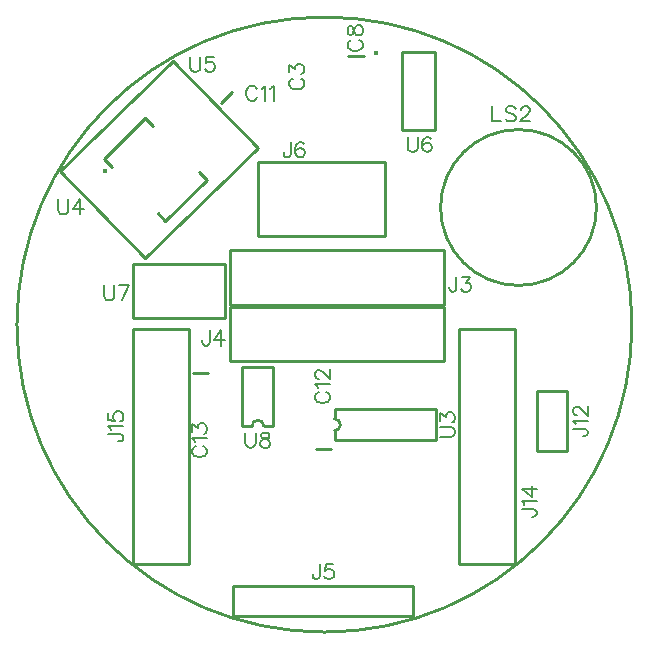
<source format=gbr>
G04 DipTrace 3.2.0.1*
G04 TopSilk.gbr*
%MOIN*%
G04 #@! TF.FileFunction,Legend,Top*
G04 #@! TF.Part,Single*
%ADD10C,0.009843*%
%ADD38C,0.017724*%
%ADD39C,0.015431*%
%ADD84C,0.00772*%
%FSLAX26Y26*%
G04*
G70*
G90*
G75*
G01*
G04 TopSilk*
%LPD*%
X1126994Y1937932D2*
D10*
X1178136D1*
X703820Y1783446D2*
X739983Y1819609D1*
X1069136Y630213D2*
X1017994D1*
X607994Y882932D2*
X659136D1*
X819401Y1110323D2*
X1381920D1*
X819401Y1291573D2*
X1425667D1*
X731906D2*
Y1110323D1*
X825671D1*
X819401Y1291573D2*
X731906D1*
X1444406D2*
Y1110323D1*
X1381920D1*
X1444406Y1291573D2*
X1425667D1*
X819401Y922823D2*
X1381920D1*
X819401Y1104073D2*
X1425667D1*
X731906D2*
Y922823D1*
X825671D1*
X819401Y1104073D2*
X731906D1*
X1444406D2*
Y922823D1*
X1381920D1*
X1444406Y1104073D2*
X1425667D1*
X743816Y72822D2*
X1343816D1*
X743816Y172822D2*
X1343816D1*
X743816Y72822D2*
Y172822D1*
X1343816Y72822D2*
Y172822D1*
X1250164Y1338964D2*
X824967D1*
Y1586995D1*
X1250164D1*
Y1338964D1*
X1856315Y822822D2*
X1756315D1*
X1856315Y622822D2*
Y822822D1*
Y622822D2*
X1756315D1*
Y822822D1*
X1681807Y1030499D2*
X1496767D1*
Y247034D1*
X1681807D1*
Y1030499D1*
X594308D2*
X409269D1*
Y247034D1*
X594308D1*
Y1030499D1*
X1434219Y1434683D2*
G02X1434219Y1434683I259843J0D01*
G01*
X1080769Y659184D2*
X1419362D1*
X1080769Y761560D2*
X1419362D1*
Y659184D2*
Y761560D1*
X1080769Y659184D2*
Y690677D1*
Y730066D2*
Y761560D1*
Y690677D2*
G03X1080769Y730066I12J19694D01*
G01*
D38*
X314420Y1556454D3*
X337655Y1569939D2*
D10*
X311191Y1596399D1*
X448462Y1733688D1*
X474926Y1707227D1*
X490762Y1416851D2*
X517226Y1390391D1*
X654497Y1527679D1*
X628033Y1554139D1*
X825241Y1632621D2*
X449738Y1265712D1*
X165821Y1556280D1*
X541324Y1923189D1*
X825241Y1632621D1*
D39*
X1217371Y1950902D3*
X1306621Y1951941D2*
D10*
Y1692111D1*
X1416856Y1951941D2*
Y1692111D1*
X1306621D2*
X1416856D1*
X1306621Y1951941D2*
X1416856D1*
X716305Y1066080D2*
X409219D1*
Y1247183D1*
X716305D1*
Y1066080D1*
X876204Y705645D2*
Y902500D1*
X773827Y705645D2*
Y902500D1*
X876204D2*
X773827D1*
X844710Y705645D2*
X876204D1*
X805321D2*
X773827D1*
X844710D2*
G03X805321Y705645I-19694J-9D01*
G01*
X22065Y1044323D2*
G02X22065Y1044323I1025000J0D01*
G01*
X941753Y1864380D2*
D84*
X937000Y1862003D1*
X932191Y1857195D1*
X929815Y1852442D1*
Y1842880D1*
X932191Y1838072D1*
X937000Y1833318D1*
X941753Y1830887D1*
X948938Y1828510D1*
X960931D1*
X968061Y1830887D1*
X972870Y1833318D1*
X977623Y1838072D1*
X980055Y1842880D1*
Y1852442D1*
X977623Y1857195D1*
X972870Y1862003D1*
X968061Y1864380D1*
X929870Y1884628D2*
Y1910881D1*
X948993Y1896566D1*
Y1903751D1*
X951370Y1908504D1*
X953746Y1910881D1*
X960931Y1913312D1*
X965685D1*
X972870Y1910881D1*
X977678Y1906127D1*
X980055Y1898942D1*
Y1891757D1*
X977678Y1884628D1*
X975246Y1882251D1*
X970493Y1879819D1*
X1136627Y1992615D2*
X1131874Y1990238D1*
X1127065Y1985430D1*
X1124689Y1980677D1*
Y1971115D1*
X1127065Y1966307D1*
X1131874Y1961553D1*
X1136627Y1959122D1*
X1143812Y1956745D1*
X1155805D1*
X1162935Y1959122D1*
X1167744Y1961553D1*
X1172497Y1966307D1*
X1174929Y1971115D1*
Y1980677D1*
X1172497Y1985430D1*
X1167744Y1990238D1*
X1162935Y1992615D1*
X1124744Y2019992D2*
X1127121Y2012863D1*
X1131874Y2010431D1*
X1136682D1*
X1141435Y2012863D1*
X1143867Y2017616D1*
X1146244Y2027177D1*
X1148620Y2034362D1*
X1153429Y2039116D1*
X1158182Y2041492D1*
X1165367D1*
X1170120Y2039116D1*
X1172552Y2036739D1*
X1174929Y2029554D1*
Y2019992D1*
X1172552Y2012862D1*
X1170120Y2010431D1*
X1165367Y2008054D1*
X1158182D1*
X1153429Y2010431D1*
X1148620Y2015239D1*
X1146244Y2022369D1*
X1143867Y2031931D1*
X1141435Y2036739D1*
X1136682Y2039116D1*
X1131874D1*
X1127121Y2036739D1*
X1124744Y2029554D1*
Y2019992D1*
X822567Y1828352D2*
X820191Y1833105D1*
X815382Y1837913D1*
X810629Y1840290D1*
X801067D1*
X796259Y1837913D1*
X791506Y1833105D1*
X789074Y1828352D1*
X786697Y1821167D1*
Y1809173D1*
X789074Y1802043D1*
X791506Y1797235D1*
X796259Y1792482D1*
X801067Y1790050D1*
X810629D1*
X815382Y1792482D1*
X820191Y1797235D1*
X822567Y1802043D1*
X838006Y1830673D2*
X842815Y1833105D1*
X850000Y1840235D1*
Y1790050D1*
X865439Y1830673D2*
X870248Y1833105D1*
X877433Y1840235D1*
Y1790050D1*
X1027556Y818637D2*
X1022803Y816261D1*
X1017994Y811452D1*
X1015618Y806699D1*
Y797137D1*
X1017994Y792329D1*
X1022803Y787576D1*
X1027556Y785144D1*
X1034741Y782767D1*
X1046735D1*
X1053864Y785144D1*
X1058673Y787576D1*
X1063426Y792329D1*
X1065858Y797137D1*
Y806699D1*
X1063426Y811452D1*
X1058673Y816261D1*
X1053864Y818637D1*
X1025235Y834076D2*
X1022803Y838885D1*
X1015673Y846070D1*
X1065858D1*
X1027611Y863941D2*
X1025235D1*
X1020426Y866318D1*
X1018050Y868694D1*
X1015673Y873503D1*
Y883064D1*
X1018050Y887817D1*
X1020426Y890194D1*
X1025235Y892626D1*
X1029988D1*
X1034796Y890194D1*
X1041926Y885441D1*
X1065858Y861509D1*
Y895003D1*
X617556Y638265D2*
X612803Y635888D1*
X607994Y631080D1*
X605618Y626326D1*
Y616765D1*
X607994Y611956D1*
X612803Y607203D1*
X617556Y604771D1*
X624741Y602395D1*
X636735D1*
X643864Y604771D1*
X648673Y607203D1*
X653426Y611956D1*
X655858Y616765D1*
Y626326D1*
X653426Y631079D1*
X648673Y635888D1*
X643864Y638265D1*
X615235Y653704D2*
X612803Y658512D1*
X605673Y665697D1*
X655858D1*
X605673Y685945D2*
Y712198D1*
X624796Y697883D1*
Y705068D1*
X627173Y709821D1*
X629550Y712198D1*
X636735Y714630D1*
X641488D1*
X648673Y712198D1*
X653481Y707445D1*
X655858Y700260D1*
Y693075D1*
X653481Y685945D1*
X651049Y683568D1*
X646296Y681136D1*
X1486580Y1203378D2*
Y1165132D1*
X1484203Y1157947D1*
X1481772Y1155570D1*
X1477018Y1153138D1*
X1472210D1*
X1467457Y1155570D1*
X1465080Y1157947D1*
X1462648Y1165132D1*
Y1169885D1*
X1506828Y1203323D2*
X1533081D1*
X1518766Y1184200D1*
X1525951D1*
X1530704Y1181823D1*
X1533081Y1179447D1*
X1535513Y1172262D1*
Y1167508D1*
X1533081Y1160323D1*
X1528328Y1155515D1*
X1521142Y1153138D1*
X1513957D1*
X1506828Y1155515D1*
X1504451Y1157947D1*
X1502019Y1162700D1*
X664033Y1024737D2*
Y986490D1*
X661657Y979305D1*
X659225Y976928D1*
X654472Y974497D1*
X649663D1*
X644910Y976928D1*
X642534Y979305D1*
X640102Y986490D1*
Y991243D1*
X703404Y974497D2*
Y1024681D1*
X679473Y991243D1*
X715343D1*
X1031316Y246045D2*
Y207798D1*
X1028939Y200613D1*
X1026507Y198237D1*
X1021754Y195805D1*
X1016945D1*
X1012192Y198237D1*
X1009816Y200613D1*
X1007384Y207798D1*
Y212552D1*
X1075440Y245990D2*
X1051563D1*
X1049187Y224490D1*
X1051563Y226866D1*
X1058748Y229298D1*
X1065878D1*
X1073063Y226866D1*
X1077872Y222113D1*
X1080248Y214928D1*
Y210175D1*
X1077872Y202990D1*
X1073063Y198182D1*
X1065878Y195805D1*
X1058748D1*
X1051563Y198182D1*
X1049187Y200613D1*
X1046755Y205367D1*
X934745Y1652344D2*
Y1614098D1*
X932369Y1606913D1*
X929937Y1604536D1*
X925184Y1602104D1*
X920375D1*
X915622Y1604536D1*
X913246Y1606913D1*
X910814Y1614098D1*
Y1618851D1*
X978870Y1645159D2*
X976493Y1649912D1*
X969308Y1652289D1*
X964555D1*
X957370Y1649912D1*
X952561Y1642727D1*
X950185Y1630789D1*
Y1618851D1*
X952561Y1609289D1*
X957370Y1604481D1*
X964555Y1602104D1*
X966931D1*
X974061Y1604481D1*
X978870Y1609289D1*
X981246Y1616474D1*
Y1618851D1*
X978870Y1626036D1*
X974061Y1630789D1*
X966931Y1633166D1*
X964555D1*
X957370Y1630789D1*
X952561Y1626036D1*
X950185Y1618851D1*
X1876005Y696605D2*
X1914252D1*
X1921437Y694229D1*
X1923813Y691797D1*
X1926245Y687044D1*
Y682235D1*
X1923813Y677482D1*
X1921437Y675105D1*
X1914252Y672673D1*
X1909498D1*
X1885622Y712044D2*
X1883190Y716853D1*
X1876060Y724038D1*
X1926245D1*
X1887999Y741909D2*
X1885622D1*
X1880814Y744286D1*
X1878437Y746662D1*
X1876060Y751471D1*
Y761032D1*
X1878437Y765785D1*
X1880813Y768162D1*
X1885622Y770594D1*
X1890375D1*
X1895184Y768162D1*
X1902313Y763409D1*
X1926245Y739477D1*
Y772970D1*
X1704056Y428291D2*
X1742303D1*
X1749488Y425914D1*
X1751864Y423482D1*
X1754296Y418729D1*
Y413921D1*
X1751864Y409168D1*
X1749488Y406791D1*
X1742303Y404359D1*
X1737550D1*
X1713673Y443730D2*
X1711241Y448539D1*
X1704112Y455724D1*
X1754296D1*
Y495094D2*
X1704112Y495095D1*
X1737550Y471163D1*
Y507033D1*
X326203Y678495D2*
X364450D1*
X371635Y676118D1*
X374011Y673686D1*
X376443Y668933D1*
Y664125D1*
X374011Y659372D1*
X371635Y656995D1*
X364450Y654563D1*
X359696D1*
X335820Y693934D2*
X333388Y698743D1*
X326258Y705928D1*
X376443D1*
X326258Y750052D2*
Y726175D1*
X347758Y723799D1*
X345382Y726175D1*
X342950Y733360D1*
Y740490D1*
X345382Y747675D1*
X350135Y752484D1*
X357320Y754860D1*
X362073D1*
X369258Y752484D1*
X374067Y747675D1*
X376443Y740490D1*
Y733360D1*
X374067Y726175D1*
X371635Y723799D1*
X366882Y721367D1*
X1607164Y1771685D2*
Y1721445D1*
X1635849D1*
X1684782Y1764500D2*
X1680029Y1769309D1*
X1672844Y1771685D1*
X1663282D1*
X1656097Y1769309D1*
X1651288Y1764500D1*
Y1759747D1*
X1653720Y1754939D1*
X1656097Y1752562D1*
X1660850Y1750186D1*
X1675220Y1745377D1*
X1680029Y1743000D1*
X1682405Y1740569D1*
X1684782Y1735815D1*
Y1728630D1*
X1680029Y1723877D1*
X1672844Y1721445D1*
X1663282D1*
X1656097Y1723877D1*
X1651288Y1728630D1*
X1702653Y1759692D2*
Y1762068D1*
X1705029Y1766877D1*
X1707406Y1769254D1*
X1712215Y1771630D1*
X1721776D1*
X1726529Y1769254D1*
X1728906Y1766877D1*
X1731338Y1762068D1*
Y1757315D1*
X1728906Y1752507D1*
X1724153Y1745377D1*
X1700221Y1721445D1*
X1733714D1*
X1432748Y669159D2*
X1468618D1*
X1475803Y671536D1*
X1480556Y676344D1*
X1482988Y683529D1*
Y688282D1*
X1480556Y695467D1*
X1475803Y700276D1*
X1468618Y702652D1*
X1432748D1*
X1432803Y722900D2*
Y749153D1*
X1451926Y734838D1*
Y742023D1*
X1454303Y746776D1*
X1456680Y749153D1*
X1463865Y751585D1*
X1468618D1*
X1475803Y749153D1*
X1480611Y744400D1*
X1482988Y737215D1*
Y730030D1*
X1480611Y722900D1*
X1478179Y720523D1*
X1473426Y718091D1*
X160034Y1461500D2*
Y1425630D1*
X162411Y1418445D1*
X167219Y1413692D1*
X174404Y1411260D1*
X179157D1*
X186342Y1413692D1*
X191151Y1418445D1*
X193527Y1425630D1*
Y1461500D1*
X232898Y1411260D2*
Y1461445D1*
X208967Y1428007D1*
X244837D1*
X599988Y1937357D2*
Y1901487D1*
X602364Y1894302D1*
X607173Y1889549D1*
X614358Y1887117D1*
X619111D1*
X626296Y1889549D1*
X631104Y1894302D1*
X633481Y1901487D1*
Y1937357D1*
X677605Y1937302D2*
X653729D1*
X651352Y1915802D1*
X653729Y1918178D1*
X660914Y1920610D1*
X668043D1*
X675228Y1918178D1*
X680037Y1913425D1*
X682413Y1906240D1*
Y1901487D1*
X680037Y1894302D1*
X675228Y1889493D1*
X668043Y1887117D1*
X660914D1*
X653729Y1889493D1*
X651352Y1891925D1*
X648920Y1896678D1*
X1324694Y1669622D2*
Y1633752D1*
X1327071Y1626567D1*
X1331879Y1621814D1*
X1339064Y1619382D1*
X1343818D1*
X1351003Y1621814D1*
X1355811Y1626567D1*
X1358188Y1633752D1*
Y1669622D1*
X1402312Y1662437D2*
X1399935Y1667190D1*
X1392750Y1669566D1*
X1387997D1*
X1380812Y1667190D1*
X1376003Y1660005D1*
X1373627Y1648067D1*
Y1636128D1*
X1376003Y1626567D1*
X1380812Y1621758D1*
X1387997Y1619382D1*
X1390374D1*
X1397503Y1621758D1*
X1402312Y1626567D1*
X1404688Y1633752D1*
Y1636128D1*
X1402312Y1643313D1*
X1397503Y1648067D1*
X1390374Y1650443D1*
X1387997D1*
X1380812Y1648067D1*
X1376003Y1643313D1*
X1373627Y1636128D1*
X312938Y1175080D2*
Y1139210D1*
X315314Y1132025D1*
X320123Y1127272D1*
X327308Y1124840D1*
X332061D1*
X339246Y1127272D1*
X344054Y1132025D1*
X346431Y1139210D1*
Y1175080D1*
X371432Y1124840D2*
X395364Y1175025D1*
X361870D1*
X783830Y684384D2*
Y648514D1*
X786207Y641329D1*
X791015Y636576D1*
X798200Y634144D1*
X802953D1*
X810138Y636576D1*
X814947Y641329D1*
X817323Y648514D1*
Y684384D1*
X844701Y684329D2*
X837571Y681952D1*
X835139Y677199D1*
Y672391D1*
X837571Y667638D1*
X842324Y665206D1*
X851886Y662829D1*
X859071Y660452D1*
X863824Y655644D1*
X866201Y650891D1*
Y643706D1*
X863824Y638953D1*
X861448Y636521D1*
X854263Y634144D1*
X844701D1*
X837571Y636521D1*
X835139Y638953D1*
X832763Y643706D1*
Y650891D1*
X835139Y655644D1*
X839948Y660452D1*
X847078Y662829D1*
X856639Y665206D1*
X861448Y667638D1*
X863824Y672391D1*
Y677199D1*
X861448Y681952D1*
X854263Y684329D1*
X844701D1*
M02*

</source>
